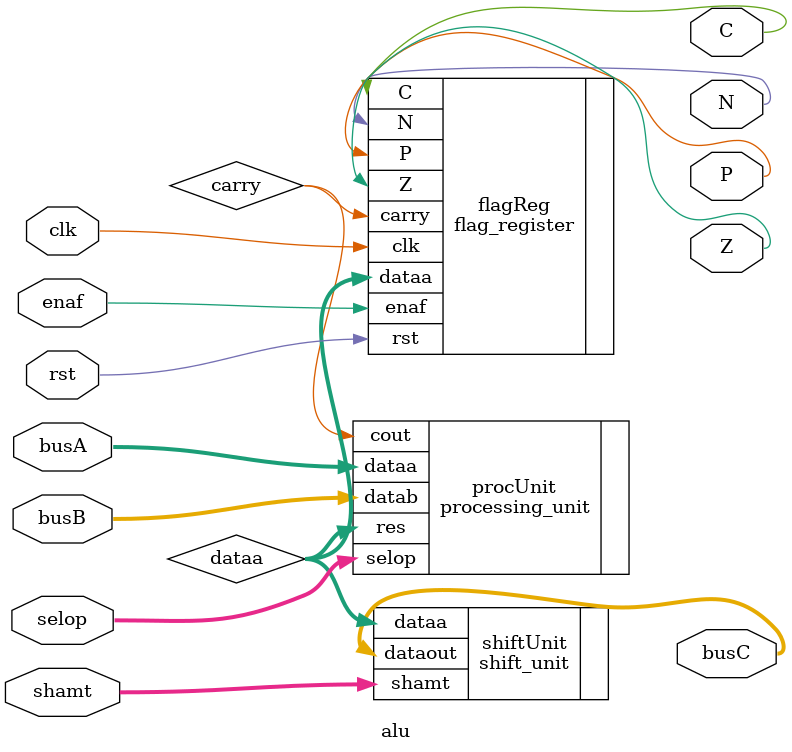
<source format=v>
module alu
	# ( parameter MAX_WIDTH = 8 )(
	input		wire							clk,
	input		wire							rst,
	input		wire	[MAX_WIDTH-1:0]	busA,
	input		wire	[MAX_WIDTH-1:0]	busB,
	input		wire	[2:0]					selop,
	input		wire	[1:0]					shamt,
	input		wire							enaf,
	output	wire	[MAX_WIDTH-1:0]	busC,
	output	wire							C,
	output	wire							N,
	output	wire							P,
	output	wire							Z
);
	
	wire	carry;
	wire	[MAX_WIDTH-1:0]	dataa;
	
	processing_unit	#( .N(MAX_WIDTH) ) procUnit (
		.dataa(busA),
		.datab(busB),
		.selop(selop),
		.res(dataa),
		.cout(carry)
	);
	
	shift_unit	#( .N(MAX_WIDTH) ) shiftUnit (
		.shamt(shamt),
		.dataa(dataa),
		.dataout(busC)
	);
	
	flag_register	#( .MAX_WIDTH(MAX_WIDTH) ) flagReg (
		.clk(clk),
		.rst(rst),
		.enaf(enaf),
		.dataa(dataa),
		.carry(carry),
		.C(C),
		.N(N),
		.Z(Z),
		.P(P)
	);
	
endmodule 
</source>
